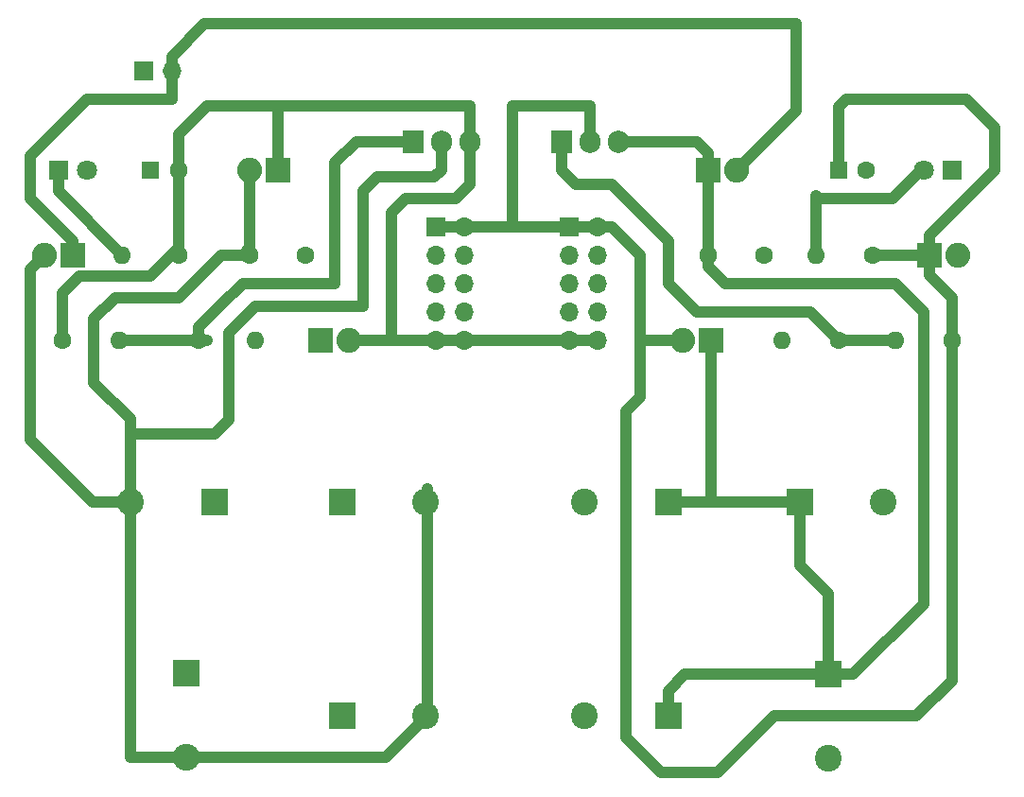
<source format=gbr>
G04 #@! TF.GenerationSoftware,KiCad,Pcbnew,(5.0.0-3-g5ebb6b6)*
G04 #@! TF.CreationDate,2018-11-24T00:30:52+00:00*
G04 #@! TF.ProjectId,AdjustablePSU,41646A75737461626C655053552E6B69,rev?*
G04 #@! TF.SameCoordinates,Original*
G04 #@! TF.FileFunction,Copper,L1,Top,Signal*
G04 #@! TF.FilePolarity,Positive*
%FSLAX46Y46*%
G04 Gerber Fmt 4.6, Leading zero omitted, Abs format (unit mm)*
G04 Created by KiCad (PCBNEW (5.0.0-3-g5ebb6b6)) date Saturday, 24 November 2018 at 00:30:52*
%MOMM*%
%LPD*%
G01*
G04 APERTURE LIST*
G04 #@! TA.AperFunction,ComponentPad*
%ADD10O,1.600000X1.600000*%
G04 #@! TD*
G04 #@! TA.AperFunction,ComponentPad*
%ADD11C,1.600000*%
G04 #@! TD*
G04 #@! TA.AperFunction,ComponentPad*
%ADD12R,1.600000X1.600000*%
G04 #@! TD*
G04 #@! TA.AperFunction,ComponentPad*
%ADD13R,1.905000X2.000000*%
G04 #@! TD*
G04 #@! TA.AperFunction,ComponentPad*
%ADD14O,1.905000X2.000000*%
G04 #@! TD*
G04 #@! TA.AperFunction,ComponentPad*
%ADD15C,2.400000*%
G04 #@! TD*
G04 #@! TA.AperFunction,ComponentPad*
%ADD16R,2.400000X2.400000*%
G04 #@! TD*
G04 #@! TA.AperFunction,ComponentPad*
%ADD17O,2.240000X2.240000*%
G04 #@! TD*
G04 #@! TA.AperFunction,ComponentPad*
%ADD18R,2.240000X2.240000*%
G04 #@! TD*
G04 #@! TA.AperFunction,ComponentPad*
%ADD19C,1.800000*%
G04 #@! TD*
G04 #@! TA.AperFunction,ComponentPad*
%ADD20R,1.800000X1.800000*%
G04 #@! TD*
G04 #@! TA.AperFunction,ComponentPad*
%ADD21R,1.700000X1.700000*%
G04 #@! TD*
G04 #@! TA.AperFunction,ComponentPad*
%ADD22O,1.700000X1.700000*%
G04 #@! TD*
G04 #@! TA.AperFunction,Conductor*
%ADD23C,1.000000*%
G04 #@! TD*
G04 APERTURE END LIST*
D10*
G04 #@! TO.P,R_NEG1,2*
G04 #@! TO.N,Net-(D_NEG4-Pad1)*
X113665000Y-77470000D03*
D11*
G04 #@! TO.P,R_NEG1,1*
G04 #@! TO.N,/12VDC_NEG_REG*
X118745000Y-77470000D03*
G04 #@! TD*
D12*
G04 #@! TO.P,C_NEG6,1*
G04 #@! TO.N,GND*
X116205000Y-69850000D03*
D11*
G04 #@! TO.P,C_NEG6,2*
G04 #@! TO.N,/12VDC_NEG_REG*
X118705000Y-69850000D03*
G04 #@! TD*
D13*
G04 #@! TO.P,U_POSREG1,1*
G04 #@! TO.N,Net-(R_POSREG1-Pad2)*
X153035000Y-67310000D03*
D14*
G04 #@! TO.P,U_POSREG1,2*
G04 #@! TO.N,/12VDC_POS_REG*
X155575000Y-67310000D03*
G04 #@! TO.P,U_POSREG1,3*
G04 #@! TO.N,/DC_POS_IN*
X158115000Y-67310000D03*
G04 #@! TD*
D15*
G04 #@! TO.P,C_NEG5,2*
G04 #@! TO.N,/DC_NEG_IN*
X119380000Y-122435000D03*
D16*
G04 #@! TO.P,C_NEG5,1*
G04 #@! TO.N,GND*
X119380000Y-114935000D03*
G04 #@! TD*
D11*
G04 #@! TO.P,C_NEG1,2*
G04 #@! TO.N,GND*
X130095000Y-77470000D03*
G04 #@! TO.P,C_NEG1,1*
G04 #@! TO.N,/DC_NEG_IN*
X125095000Y-77470000D03*
G04 #@! TD*
D15*
G04 #@! TO.P,C_NEG2,2*
G04 #@! TO.N,/DC_NEG_IN*
X140850000Y-99568000D03*
D16*
G04 #@! TO.P,C_NEG2,1*
G04 #@! TO.N,GND*
X133350000Y-99568000D03*
G04 #@! TD*
G04 #@! TO.P,C_NEG3,1*
G04 #@! TO.N,GND*
X121920000Y-99568000D03*
D15*
G04 #@! TO.P,C_NEG3,2*
G04 #@! TO.N,/DC_NEG_IN*
X114420000Y-99568000D03*
G04 #@! TD*
G04 #@! TO.P,C_NEG4,2*
G04 #@! TO.N,/DC_NEG_IN*
X140850000Y-118745000D03*
D16*
G04 #@! TO.P,C_NEG4,1*
G04 #@! TO.N,GND*
X133350000Y-118745000D03*
G04 #@! TD*
D11*
G04 #@! TO.P,C_POS1,1*
G04 #@! TO.N,/DC_POS_IN*
X166116000Y-77470000D03*
G04 #@! TO.P,C_POS1,2*
G04 #@! TO.N,GND*
X171116000Y-77470000D03*
G04 #@! TD*
D16*
G04 #@! TO.P,C_POS2,1*
G04 #@! TO.N,/DC_POS_IN*
X174341383Y-99568000D03*
D15*
G04 #@! TO.P,C_POS2,2*
G04 #@! TO.N,GND*
X181841383Y-99568000D03*
G04 #@! TD*
G04 #@! TO.P,C_POS3,2*
G04 #@! TO.N,GND*
X155060000Y-99568000D03*
D16*
G04 #@! TO.P,C_POS3,1*
G04 #@! TO.N,/DC_POS_IN*
X162560000Y-99568000D03*
G04 #@! TD*
G04 #@! TO.P,C_POS4,1*
G04 #@! TO.N,/DC_POS_IN*
X176881383Y-115050872D03*
D15*
G04 #@! TO.P,C_POS4,2*
G04 #@! TO.N,GND*
X176881383Y-122550872D03*
G04 #@! TD*
D16*
G04 #@! TO.P,C_POS5,1*
G04 #@! TO.N,/DC_POS_IN*
X162560000Y-118745000D03*
D15*
G04 #@! TO.P,C_POS5,2*
G04 #@! TO.N,GND*
X155060000Y-118745000D03*
G04 #@! TD*
D11*
G04 #@! TO.P,C_POS6,2*
G04 #@! TO.N,GND*
X180300000Y-69850000D03*
D12*
G04 #@! TO.P,C_POS6,1*
G04 #@! TO.N,/12VDC_POS_REG*
X177800000Y-69850000D03*
G04 #@! TD*
D17*
G04 #@! TO.P,D_NEG3,2*
G04 #@! TO.N,/12VDC_NEG_REG*
X133985000Y-85090000D03*
D18*
G04 #@! TO.P,D_NEG3,1*
G04 #@! TO.N,GND*
X131445000Y-85090000D03*
G04 #@! TD*
D19*
G04 #@! TO.P,D_NEG4,2*
G04 #@! TO.N,GND*
X110490000Y-69850000D03*
D20*
G04 #@! TO.P,D_NEG4,1*
G04 #@! TO.N,Net-(D_NEG4-Pad1)*
X107950000Y-69850000D03*
G04 #@! TD*
D18*
G04 #@! TO.P,D_POS1,1*
G04 #@! TO.N,/DC_POS_IN*
X166116000Y-69850000D03*
D17*
G04 #@! TO.P,D_POS1,2*
G04 #@! TO.N,/AC_IN*
X168656000Y-69850000D03*
G04 #@! TD*
D18*
G04 #@! TO.P,D_POS2,1*
G04 #@! TO.N,/DC_POS_IN*
X166370000Y-85090000D03*
D17*
G04 #@! TO.P,D_POS2,2*
G04 #@! TO.N,/12VDC_POS_REG*
X163830000Y-85090000D03*
G04 #@! TD*
D18*
G04 #@! TO.P,D_POS3,1*
G04 #@! TO.N,/12VDC_POS_REG*
X185928000Y-77470000D03*
D17*
G04 #@! TO.P,D_POS3,2*
G04 #@! TO.N,GND*
X188468000Y-77470000D03*
G04 #@! TD*
D20*
G04 #@! TO.P,D_POS4,1*
G04 #@! TO.N,GND*
X187960000Y-69850000D03*
D19*
G04 #@! TO.P,D_POS4,2*
G04 #@! TO.N,Net-(D_POS4-Pad2)*
X185420000Y-69850000D03*
G04 #@! TD*
D21*
G04 #@! TO.P,J_OUT1,1*
G04 #@! TO.N,/12VDC_POS_REG*
X141732000Y-74930000D03*
D22*
G04 #@! TO.P,J_OUT1,2*
X144272000Y-74930000D03*
G04 #@! TO.P,J_OUT1,3*
G04 #@! TO.N,GND*
X141732000Y-77470000D03*
G04 #@! TO.P,J_OUT1,4*
X144272000Y-77470000D03*
G04 #@! TO.P,J_OUT1,5*
X141732000Y-80010000D03*
G04 #@! TO.P,J_OUT1,6*
X144272000Y-80010000D03*
G04 #@! TO.P,J_OUT1,7*
X141732000Y-82550000D03*
G04 #@! TO.P,J_OUT1,8*
X144272000Y-82550000D03*
G04 #@! TO.P,J_OUT1,9*
G04 #@! TO.N,/12VDC_NEG_REG*
X141732000Y-85090000D03*
G04 #@! TO.P,J_OUT1,10*
X144272000Y-85090000D03*
G04 #@! TD*
D11*
G04 #@! TO.P,R_NEGREG1,1*
G04 #@! TO.N,/12VDC_NEG_REG*
X108331000Y-85099069D03*
D10*
G04 #@! TO.P,R_NEGREG1,2*
G04 #@! TO.N,Net-(R_NEGREG1-Pad2)*
X113411000Y-85099069D03*
G04 #@! TD*
G04 #@! TO.P,R_NEGREG2,2*
G04 #@! TO.N,GND*
X125606683Y-85096209D03*
D11*
G04 #@! TO.P,R_NEGREG2,1*
G04 #@! TO.N,Net-(R_NEGREG1-Pad2)*
X120526683Y-85096209D03*
G04 #@! TD*
G04 #@! TO.P,R_POS1,1*
G04 #@! TO.N,/12VDC_POS_REG*
X180848000Y-77470000D03*
D10*
G04 #@! TO.P,R_POS1,2*
G04 #@! TO.N,Net-(D_POS4-Pad2)*
X175768000Y-77470000D03*
G04 #@! TD*
D11*
G04 #@! TO.P,R_POSREG1,1*
G04 #@! TO.N,/12VDC_POS_REG*
X187960000Y-85090000D03*
D10*
G04 #@! TO.P,R_POSREG1,2*
G04 #@! TO.N,Net-(R_POSREG1-Pad2)*
X182880000Y-85090000D03*
G04 #@! TD*
G04 #@! TO.P,R_POSREG2,2*
G04 #@! TO.N,GND*
X172720000Y-85090000D03*
D11*
G04 #@! TO.P,R_POSREG2,1*
G04 #@! TO.N,Net-(R_POSREG1-Pad2)*
X177800000Y-85090000D03*
G04 #@! TD*
D14*
G04 #@! TO.P,U_NEGREG1,3*
G04 #@! TO.N,/12VDC_NEG_REG*
X144780000Y-67310000D03*
G04 #@! TO.P,U_NEGREG1,2*
G04 #@! TO.N,/DC_NEG_IN*
X142240000Y-67310000D03*
D13*
G04 #@! TO.P,U_NEGREG1,1*
G04 #@! TO.N,Net-(R_NEGREG1-Pad2)*
X139700000Y-67310000D03*
G04 #@! TD*
D18*
G04 #@! TO.P,D_NEG1,1*
G04 #@! TO.N,/AC_IN*
X109220000Y-77470000D03*
D17*
G04 #@! TO.P,D_NEG1,2*
G04 #@! TO.N,/DC_NEG_IN*
X106680000Y-77470000D03*
G04 #@! TD*
D21*
G04 #@! TO.P,J_OUT2,1*
G04 #@! TO.N,/12VDC_POS_REG*
X153670000Y-74930000D03*
D22*
G04 #@! TO.P,J_OUT2,2*
X156210000Y-74930000D03*
G04 #@! TO.P,J_OUT2,3*
G04 #@! TO.N,GND*
X153670000Y-77470000D03*
G04 #@! TO.P,J_OUT2,4*
X156210000Y-77470000D03*
G04 #@! TO.P,J_OUT2,5*
X153670000Y-80010000D03*
G04 #@! TO.P,J_OUT2,6*
X156210000Y-80010000D03*
G04 #@! TO.P,J_OUT2,7*
X153670000Y-82550000D03*
G04 #@! TO.P,J_OUT2,8*
X156210000Y-82550000D03*
G04 #@! TO.P,J_OUT2,9*
G04 #@! TO.N,/12VDC_NEG_REG*
X153670000Y-85090000D03*
G04 #@! TO.P,J_OUT2,10*
X156210000Y-85090000D03*
G04 #@! TD*
D18*
G04 #@! TO.P,D_NEG2,1*
G04 #@! TO.N,/12VDC_NEG_REG*
X127635000Y-69850000D03*
D17*
G04 #@! TO.P,D_NEG2,2*
G04 #@! TO.N,/DC_NEG_IN*
X125095000Y-69850000D03*
G04 #@! TD*
D21*
G04 #@! TO.P,J_PWR1,1*
G04 #@! TO.N,GND*
X115570000Y-60960000D03*
D22*
G04 #@! TO.P,J_PWR1,2*
G04 #@! TO.N,/AC_IN*
X118110000Y-60960000D03*
G04 #@! TD*
D23*
G04 #@! TO.N,/DC_NEG_IN*
X114300000Y-100210000D02*
X114420000Y-100330000D01*
X140970000Y-118745000D02*
X140970000Y-98425000D01*
X137280000Y-122435000D02*
X140970000Y-118745000D01*
X119380000Y-122435000D02*
X137280000Y-122435000D01*
X114420000Y-99688000D02*
X114420000Y-122435000D01*
X114420000Y-122435000D02*
X119380000Y-122435000D01*
X114300000Y-99568000D02*
X114420000Y-99688000D01*
X114420000Y-99568000D02*
X114420000Y-97870944D01*
X114420000Y-97870944D02*
X114420000Y-93345000D01*
X110998000Y-99568000D02*
X114420000Y-99568000D01*
X105410000Y-93980000D02*
X110998000Y-99568000D01*
X105410000Y-78740000D02*
X105410000Y-93980000D01*
X106680000Y-77470000D02*
X105410000Y-78740000D01*
X122555000Y-77470000D02*
X124460000Y-77470000D01*
X124460000Y-77470000D02*
X125095000Y-76835000D01*
X118745000Y-81280000D02*
X122555000Y-77470000D01*
X113030000Y-81280000D02*
X118745000Y-81280000D01*
X111125000Y-83185000D02*
X113030000Y-81280000D01*
X111125000Y-88900000D02*
X111125000Y-83185000D01*
X114420000Y-92195000D02*
X111125000Y-88900000D01*
X114420000Y-93345000D02*
X114420000Y-92195000D01*
X125095000Y-69850000D02*
X125095000Y-77470000D01*
X114547000Y-93472000D02*
X114420000Y-93345000D01*
X121920000Y-93472000D02*
X114547000Y-93472000D01*
X135255000Y-82042000D02*
X125603000Y-82042000D01*
X135255000Y-71755000D02*
X135255000Y-82042000D01*
X123190000Y-84455000D02*
X123190000Y-92202000D01*
X136525000Y-70485000D02*
X135255000Y-71755000D01*
X123190000Y-92202000D02*
X121920000Y-93472000D01*
X141605000Y-70485000D02*
X136525000Y-70485000D01*
X142240000Y-69850000D02*
X141605000Y-70485000D01*
X125603000Y-82042000D02*
X123190000Y-84455000D01*
X142240000Y-67310000D02*
X142240000Y-69850000D01*
G04 #@! TO.N,/12VDC_NEG_REG*
X140970000Y-85090000D02*
X156210000Y-85090000D01*
X140970000Y-85090000D02*
X141732000Y-85090000D01*
X137795000Y-85090000D02*
X140970000Y-85090000D01*
X134239000Y-85090000D02*
X133985000Y-84836000D01*
X137795000Y-85090000D02*
X134239000Y-85090000D01*
X137795000Y-73660000D02*
X137795000Y-85090000D01*
X143510000Y-72390000D02*
X139065000Y-72390000D01*
X144780000Y-71120000D02*
X143510000Y-72390000D01*
X139065000Y-72390000D02*
X137795000Y-73660000D01*
X144780000Y-67310000D02*
X144780000Y-71120000D01*
X118705000Y-74890000D02*
X118745000Y-74930000D01*
X118705000Y-66802000D02*
X118705000Y-74890000D01*
X118745000Y-76835000D02*
X118745000Y-74930000D01*
X116205000Y-79375000D02*
X118745000Y-76835000D01*
X109855000Y-79375000D02*
X116205000Y-79375000D01*
X108331000Y-80899000D02*
X109855000Y-79375000D01*
X108331000Y-85099069D02*
X108331000Y-80899000D01*
X127635000Y-69850000D02*
X127635000Y-64770000D01*
X118745000Y-66675000D02*
X118745000Y-67310000D01*
X121285000Y-64135000D02*
X118745000Y-66675000D01*
X144780000Y-67310000D02*
X144780000Y-64135000D01*
X127635000Y-64770000D02*
X127635000Y-64135000D01*
X127635000Y-64135000D02*
X121285000Y-64135000D01*
X144780000Y-64135000D02*
X127635000Y-64135000D01*
G04 #@! TO.N,/DC_POS_IN*
X179081383Y-115050872D02*
X185420000Y-108712255D01*
X176881383Y-115050872D02*
X179081383Y-115050872D01*
X176881383Y-107793383D02*
X176881383Y-115050872D01*
X174341383Y-105253383D02*
X176881383Y-107793383D01*
X174341383Y-99810872D02*
X174341383Y-105253383D01*
X164054128Y-115050872D02*
X174681383Y-115050872D01*
X174681383Y-115050872D02*
X176881383Y-115050872D01*
X162560000Y-116545000D02*
X164054128Y-115050872D01*
X162560000Y-118745000D02*
X162560000Y-116545000D01*
X174076255Y-100076000D02*
X174341383Y-99810872D01*
X162560000Y-99568000D02*
X174076255Y-99568000D01*
X166370000Y-99314000D02*
X166116000Y-99568000D01*
X166370000Y-85090000D02*
X166370000Y-99314000D01*
X185420000Y-108712000D02*
X185420000Y-82550000D01*
X185420000Y-82550000D02*
X182880000Y-80010000D01*
X167640000Y-80010000D02*
X166116000Y-78486000D01*
X182880000Y-80010000D02*
X167640000Y-80010000D01*
X165100000Y-67310000D02*
X158115000Y-67310000D01*
X166116000Y-68326000D02*
X165100000Y-67310000D01*
X166116000Y-78486000D02*
X166116000Y-68326000D01*
G04 #@! TO.N,/12VDC_POS_REG*
X148590000Y-74930000D02*
X156210000Y-74930000D01*
X141986000Y-74930000D02*
X148590000Y-74930000D01*
X141732000Y-75184000D02*
X141986000Y-74930000D01*
X160020000Y-85090000D02*
X163830000Y-85090000D01*
X160020000Y-77470000D02*
X160020000Y-85090000D01*
X157480000Y-74930000D02*
X160020000Y-77470000D01*
X156210000Y-74930000D02*
X157480000Y-74930000D01*
X180848000Y-77470000D02*
X185928000Y-77470000D01*
X191770000Y-66040000D02*
X191770000Y-69850000D01*
X189230000Y-63500000D02*
X191770000Y-66040000D01*
X177800000Y-64240000D02*
X178540000Y-63500000D01*
X177800000Y-69850000D02*
X177800000Y-64240000D01*
X178540000Y-63500000D02*
X189230000Y-63500000D01*
X191770000Y-69850000D02*
X185928000Y-75692000D01*
X167005000Y-123825000D02*
X161925000Y-123825000D01*
X187960000Y-115570000D02*
X184785000Y-118745000D01*
X160020000Y-90170000D02*
X160020000Y-85090000D01*
X184785000Y-118745000D02*
X172085000Y-118745000D01*
X158750000Y-91440000D02*
X160020000Y-90170000D01*
X172085000Y-118745000D02*
X167005000Y-123825000D01*
X187960000Y-85090000D02*
X187960000Y-115570000D01*
X158750000Y-120650000D02*
X158750000Y-91440000D01*
X161925000Y-123825000D02*
X158750000Y-120650000D01*
X185928000Y-79248000D02*
X187960000Y-81280000D01*
X187960000Y-81280000D02*
X187960000Y-85090000D01*
X185928000Y-77470000D02*
X185928000Y-79248000D01*
X185928000Y-75692000D02*
X185928000Y-77470000D01*
X148590000Y-64135000D02*
X155575000Y-64135000D01*
X155575000Y-64135000D02*
X155575000Y-67310000D01*
X148590000Y-74930000D02*
X148590000Y-64135000D01*
G04 #@! TO.N,/AC_IN*
X105410000Y-68580000D02*
X105410000Y-72390000D01*
X105410000Y-72390000D02*
X109220000Y-76200000D01*
X110490000Y-63500000D02*
X105410000Y-68580000D01*
X118110000Y-63500000D02*
X110490000Y-63500000D01*
X109220000Y-76200000D02*
X109220000Y-77470000D01*
X118110000Y-63500000D02*
X118110000Y-60960000D01*
X173990000Y-64516000D02*
X168656000Y-69850000D01*
X173990000Y-56807010D02*
X173990000Y-64516000D01*
X120992990Y-56807010D02*
X173990000Y-56807010D01*
X118110000Y-59690000D02*
X120992990Y-56807010D01*
X118110000Y-60960000D02*
X118110000Y-59690000D01*
G04 #@! TO.N,Net-(D_NEG4-Pad1)*
X107950000Y-71755000D02*
X113665000Y-77470000D01*
X107950000Y-71755000D02*
X107950000Y-69850000D01*
G04 #@! TO.N,Net-(D_POS4-Pad2)*
X185420000Y-69596000D02*
X182626000Y-72390000D01*
X175768000Y-72136000D02*
X175768000Y-77470000D01*
X182626000Y-72390000D02*
X176022000Y-72390000D01*
X176022000Y-72390000D02*
X175768000Y-72136000D01*
G04 #@! TO.N,Net-(R_NEGREG1-Pad2)*
X113411000Y-85099069D02*
X121275931Y-85099069D01*
X121275931Y-85099069D02*
X121273071Y-85096209D01*
X120526683Y-83943317D02*
X122555000Y-81915000D01*
X120526683Y-85096209D02*
X120526683Y-83943317D01*
X132715000Y-80010000D02*
X124460000Y-80010000D01*
X132715000Y-69215000D02*
X132715000Y-80010000D01*
X134620000Y-67310000D02*
X132715000Y-69215000D01*
X124460000Y-80010000D02*
X122431683Y-82038317D01*
X139700000Y-67310000D02*
X134620000Y-67310000D01*
G04 #@! TO.N,Net-(R_POSREG1-Pad2)*
X177800000Y-85090000D02*
X182880000Y-85090000D01*
X157480000Y-71120000D02*
X162560000Y-76200000D01*
X175260000Y-82550000D02*
X177800000Y-85090000D01*
X162560000Y-80010000D02*
X165100000Y-82550000D01*
X154305000Y-71120000D02*
X157480000Y-71120000D01*
X153035000Y-67310000D02*
X153035000Y-69850000D01*
X153035000Y-69850000D02*
X154305000Y-71120000D01*
X162560000Y-76200000D02*
X162560000Y-80010000D01*
X165100000Y-82550000D02*
X175260000Y-82550000D01*
G04 #@! TD*
M02*

</source>
